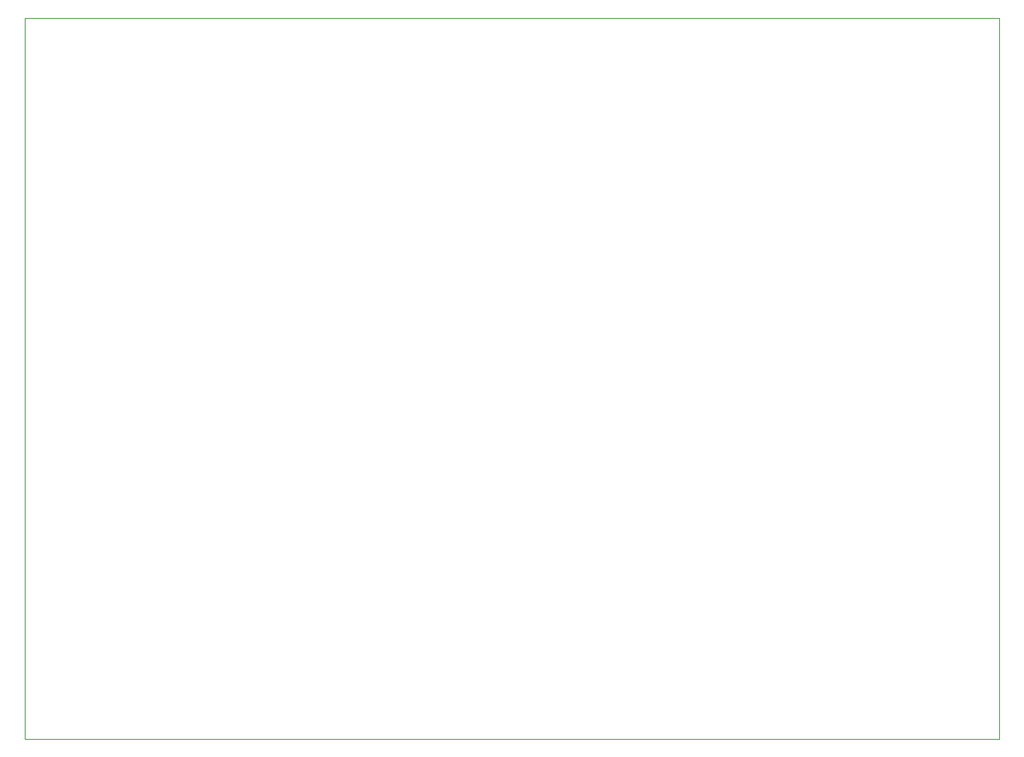
<source format=gbr>
%TF.GenerationSoftware,KiCad,Pcbnew,8.0.5*%
%TF.CreationDate,2025-05-05T01:40:06+02:00*%
%TF.ProjectId,nodo_central,6e6f646f-5f63-4656-9e74-72616c2e6b69,rev?*%
%TF.SameCoordinates,Original*%
%TF.FileFunction,Profile,NP*%
%FSLAX46Y46*%
G04 Gerber Fmt 4.6, Leading zero omitted, Abs format (unit mm)*
G04 Created by KiCad (PCBNEW 8.0.5) date 2025-05-05 01:40:06*
%MOMM*%
%LPD*%
G01*
G04 APERTURE LIST*
%TA.AperFunction,Profile*%
%ADD10C,0.050000*%
%TD*%
G04 APERTURE END LIST*
D10*
X95656400Y-35195200D02*
X205500000Y-35195200D01*
X205500000Y-116450000D01*
X95656400Y-116450000D01*
X95656400Y-35195200D01*
M02*

</source>
